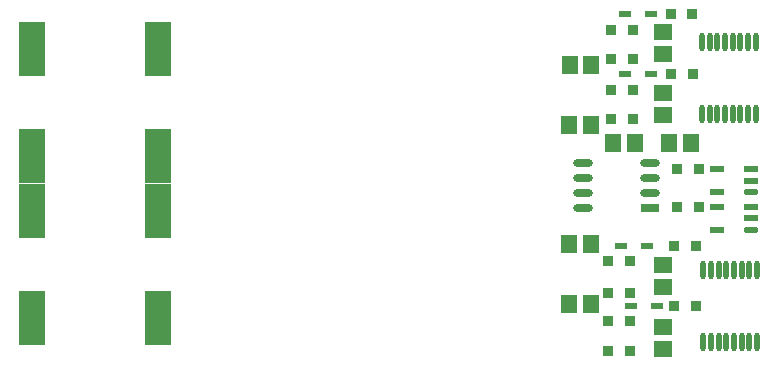
<source format=gtp>
G04*
G04 #@! TF.GenerationSoftware,Altium Limited,Altium Designer,20.1.12 (249)*
G04*
G04 Layer_Color=8421504*
%FSLAX25Y25*%
%MOIN*%
G70*
G04*
G04 #@! TF.SameCoordinates,D57ADFAC-2A33-4F97-B865-62DE6D2BA241*
G04*
G04*
G04 #@! TF.FilePolarity,Positive*
G04*
G01*
G75*
%ADD15R,0.05709X0.05906*%
%ADD16O,0.04724X0.02165*%
%ADD17R,0.04724X0.02165*%
%ADD18R,0.06496X0.02559*%
%ADD19O,0.06496X0.02559*%
%ADD20R,0.05906X0.05709*%
%ADD21R,0.03543X0.03740*%
%ADD22R,0.04331X0.02165*%
%ADD23O,0.01772X0.06299*%
%ADD24R,0.09055X0.18307*%
D15*
X254724Y73228D02*
D03*
X262008D02*
D03*
X236221D02*
D03*
X243504D02*
D03*
X221555Y19685D02*
D03*
X228839D02*
D03*
X221555Y39370D02*
D03*
X228839D02*
D03*
X221555Y79134D02*
D03*
X228839D02*
D03*
X221654Y99213D02*
D03*
X228937D02*
D03*
D16*
X282087Y44291D02*
D03*
Y56890D02*
D03*
D17*
Y48031D02*
D03*
Y51772D02*
D03*
X270669D02*
D03*
Y44291D02*
D03*
X282087Y60630D02*
D03*
Y64370D02*
D03*
X270669D02*
D03*
Y56890D02*
D03*
D18*
X248524Y51555D02*
D03*
D19*
Y56555D02*
D03*
Y61555D02*
D03*
Y66555D02*
D03*
X226279Y51555D02*
D03*
Y56555D02*
D03*
Y61555D02*
D03*
Y66555D02*
D03*
D20*
X252756Y4626D02*
D03*
Y11909D02*
D03*
X252756Y82579D02*
D03*
X252756Y89862D02*
D03*
Y25098D02*
D03*
Y32382D02*
D03*
Y102756D02*
D03*
Y110039D02*
D03*
D21*
X263779Y18898D02*
D03*
X256496D02*
D03*
X241732Y13780D02*
D03*
X234449D02*
D03*
X241732Y3937D02*
D03*
X234449D02*
D03*
X263878Y38976D02*
D03*
X256594D02*
D03*
X241831Y33858D02*
D03*
X234547Y33858D02*
D03*
X241831Y23228D02*
D03*
X234547Y23228D02*
D03*
X264764Y51968D02*
D03*
X257480D02*
D03*
X262697Y96063D02*
D03*
X255413D02*
D03*
X242913Y90945D02*
D03*
X235630D02*
D03*
X242913Y81102D02*
D03*
X235630D02*
D03*
X262598Y116142D02*
D03*
X255315D02*
D03*
X242913Y111024D02*
D03*
X235630D02*
D03*
X242913Y101181D02*
D03*
X235630D02*
D03*
X264764Y64567D02*
D03*
X257480D02*
D03*
D22*
X242126Y18898D02*
D03*
X250787D02*
D03*
X238976Y38976D02*
D03*
X247638Y38976D02*
D03*
X240158Y96063D02*
D03*
X248819D02*
D03*
X240158Y116142D02*
D03*
X248819D02*
D03*
D23*
X266240Y6890D02*
D03*
X268799D02*
D03*
X271358D02*
D03*
X273917D02*
D03*
X276476D02*
D03*
X279035D02*
D03*
X281594D02*
D03*
X284154D02*
D03*
X266240Y30906D02*
D03*
X268799D02*
D03*
X271358D02*
D03*
X273917D02*
D03*
X276476D02*
D03*
X279035D02*
D03*
X281594D02*
D03*
X284154D02*
D03*
X283760Y106890D02*
D03*
X281201D02*
D03*
X278642D02*
D03*
X276083D02*
D03*
X273524D02*
D03*
X270965D02*
D03*
X268406D02*
D03*
X265846D02*
D03*
X283760Y82874D02*
D03*
X281201D02*
D03*
X278642D02*
D03*
X276083D02*
D03*
X273524D02*
D03*
X270965D02*
D03*
X268406D02*
D03*
X265846D02*
D03*
D24*
X84646Y14764D02*
D03*
Y50591D02*
D03*
X42520Y14764D02*
D03*
Y50591D02*
D03*
X84646Y104527D02*
D03*
Y68701D02*
D03*
X42520Y104527D02*
D03*
Y68701D02*
D03*
M02*

</source>
